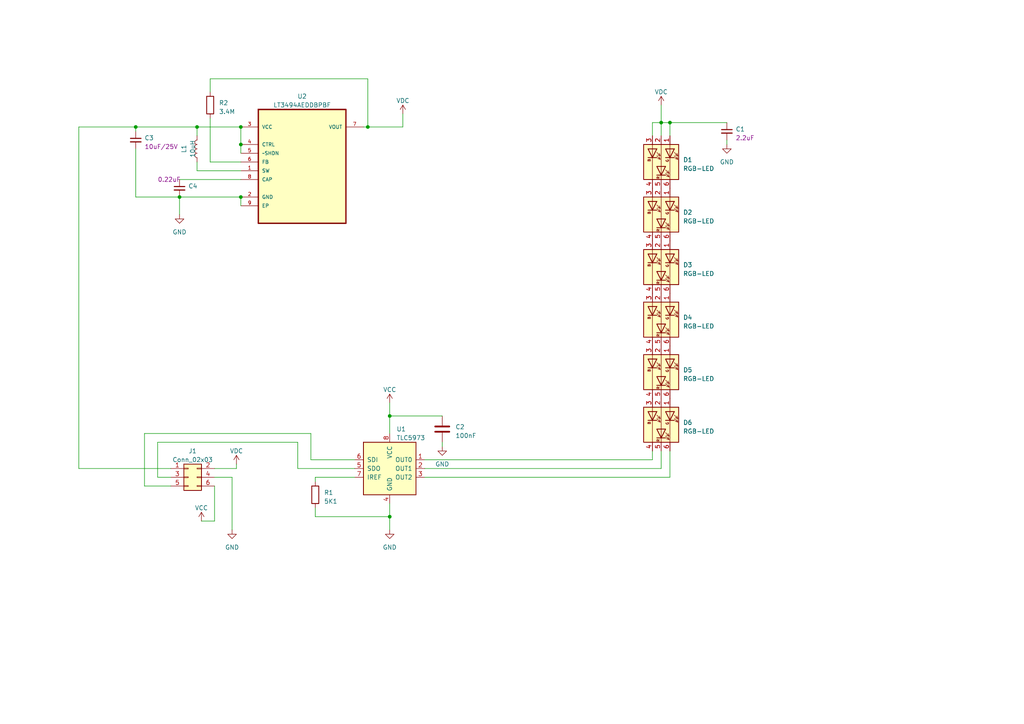
<source format=kicad_sch>
(kicad_sch (version 20230121) (generator eeschema)
  (paper "A4")
  (lib_symbols
    (symbol "Device:C" (pin_numbers hide) (pin_names (offset 0.254))
      (property "Reference" "C" (at 0.635 2.54 0))
      (property "Value" "C" (at 0.635 -2.54 0))
      (symbol "C_0_1"
        (polyline (pts (xy -2.032 -0.762) (xy 2.032 -0.762)) (stroke (width 0.508)))
        (polyline (pts (xy -2.032 0.762) (xy 2.032 0.762)) (stroke (width 0.508)))
      )
      (symbol "C_1_1"
        (pin passive line (at 0 3.81 270) (length 2.794) (name "~") (number "1"))
        (pin passive line (at 0 -3.81 90) (length 2.794) (name "~") (number "2"))
      )
    )
    (symbol "Device:L" (pin_numbers hide) (pin_names (offset 1.016) hide)
      (property "Reference" "L" (at -1.27 0 90))
      (property "Value" "L" (at 1.905 0 90))
      (symbol "L_0_1"
        (arc (start 0 -2.54) (mid 0.6323 -1.905) (end 0 -1.27))
        (arc (start 0 -1.27) (mid 0.6323 -0.635) (end 0 0))
        (arc (start 0 0) (mid 0.6323 0.635) (end 0 1.27))
        (arc (start 0 1.27) (mid 0.6323 1.905) (end 0 2.54))
      )
      (symbol "L_1_1"
        (pin passive line (at 0 3.81 270) (length 1.27) (name "1") (number "1"))
        (pin passive line (at 0 -3.81 90) (length 1.27) (name "2") (number "2"))
      )
    )
    (symbol "Driver_LED:TLC5973" (pin_names (offset 1.016))
      (property "Reference" "U" (at -7.62 8.89 0))
      (property "Value" "TLC5973" (at 1.27 8.89 0))
      (symbol "TLC5973_0_1"
        (rectangle (start -7.62 7.62) (end 7.62 -7.62) (stroke (width 0.254)) (fill (type background)))
      )
      (symbol "TLC5973_1_1"
        (pin output line (at 10.16 2.54 180) (length 2.54) (name "OUT0") (number "1"))
        (pin output line (at 10.16 0 180) (length 2.54) (name "OUT1") (number "2"))
        (pin output line (at 10.16 -2.54 180) (length 2.54) (name "OUT2") (number "3"))
        (pin power_in line (at 0 -10.16 90) (length 2.54) (name "GND") (number "4"))
        (pin output line (at -10.16 0 0) (length 2.54) (name "SDO") (number "5"))
        (pin input line (at -10.16 2.54 0) (length 2.54) (name "SDI") (number "6"))
        (pin bidirectional line (at -10.16 -2.54 0) (length 2.54) (name "IREF") (number "7"))
        (pin power_in line (at 0 10.16 270) (length 2.54) (name "VCC") (number "8"))
      )
    )
    (symbol "PCM_4ms_Capacitor:0.22uF_0603_25V" (pin_numbers hide) (pin_names (offset 0.254) hide)
      (property "Reference" "C" (at 1.905 1.27 0))
      (property "Display" "0.22uF" (at 1.905 -1.27 0))
      (symbol "0.22uF_0603_25V_0_1"
        (polyline (pts (xy -1.524 -0.508) (xy 1.524 -0.508)) (stroke (width 0.3302)))
        (polyline (pts (xy -1.524 0.508) (xy 1.524 0.508)) (stroke (width 0.3048)))
      )
      (symbol "0.22uF_0603_25V_1_1"
        (pin passive line (at 0 2.54 270) (length 2.032) (name "~") (number "1"))
        (pin passive line (at 0 -2.54 90) (length 2.032) (name "~") (number "2"))
      )
    )
    (symbol "PCM_4ms_Capacitor:10uF_0805_25V" (pin_numbers hide) (pin_names (offset 0.254) hide)
      (property "Reference" "C" (at 1.905 1.27 0))
      (property "Display" "10uF/25V" (at 1.905 -1.27 0))
      (symbol "10uF_0805_25V_0_1"
        (polyline (pts (xy -1.524 -0.508) (xy 1.524 -0.508)) (stroke (width 0.3302)))
        (polyline (pts (xy -1.524 0.508) (xy 1.524 0.508)) (stroke (width 0.3048)))
      )
      (symbol "10uF_0805_25V_1_1"
        (pin passive line (at 0 2.54 270) (length 2.032) (name "~") (number "1"))
        (pin passive line (at 0 -2.54 90) (length 2.032) (name "~") (number "2"))
      )
    )
    (symbol "PCM_4ms_Capacitor:2.2uF_0603_25V" (pin_numbers hide) (pin_names (offset 0.254) hide)
      (property "Reference" "C" (at 1.905 1.27 0))
      (property "Display" "2.2uF" (at 1.905 -1.27 0))
      (symbol "2.2uF_0603_25V_0_1"
        (polyline (pts (xy -1.524 -0.508) (xy 1.524 -0.508)) (stroke (width 0.3302)))
        (polyline (pts (xy -1.524 0.508) (xy 1.524 0.508)) (stroke (width 0.3048)))
      )
      (symbol "2.2uF_0603_25V_1_1"
        (pin passive line (at 0 2.54 270) (length 2.032) (name "~") (number "1"))
        (pin passive line (at 0 -2.54 90) (length 2.032) (name "~") (number "2"))
      )
    )
    (symbol "PCM_Resistor_AKL:R_0805" (pin_numbers hide) (pin_names (offset 0))
      (property "Reference" "R" (at 2.54 1.27 0))
      (property "Value" "R_0805" (at 2.54 -1.27 0))
      (symbol "R_0805_0_1"
        (rectangle (start -1.016 -2.54) (end 1.016 2.54) (stroke (width 0.254)))
      )
      (symbol "R_0805_1_1"
        (pin passive line (at 0 3.81 270) (length 1.27) (name "~") (number "1"))
        (pin passive line (at 0 -3.81 90) (length 1.27) (name "~") (number "2"))
      )
    )
    (symbol "pedalboard-led-ring:Conn_02x03" (pin_names (offset 1.016) hide)
      (property "Reference" "J" (at 1.27 5.08 0))
      (property "Value" "Conn_02x03" (at 1.27 -5.08 0))
      (symbol "Conn_02x03_1_1"
        (rectangle (start -1.27 -2.413) (end 0 -2.667) (stroke (width 0.1524)))
        (rectangle (start -1.27 0.127) (end 0 -0.127) (stroke (width 0.1524)))
        (rectangle (start -1.27 2.667) (end 0 2.413) (stroke (width 0.1524)))
        (rectangle (start -1.27 3.81) (end 3.81 -3.81) (stroke (width 0.254)) (fill (type background)))
        (rectangle (start 3.81 -2.413) (end 2.54 -2.667) (stroke (width 0.1524)))
        (rectangle (start 3.81 0.127) (end 2.54 -0.127) (stroke (width 0.1524)))
        (rectangle (start 3.81 2.667) (end 2.54 2.413) (stroke (width 0.1524)))
        (pin output line (at -5.08 2.54 0) (length 3.81) (name "SDI") (number "1"))
        (pin input line (at 7.62 2.54 180) (length 3.81) (name "SDO") (number "2"))
        (pin power_out line (at -5.08 0 0) (length 3.81) (name "VLED") (number "3"))
        (pin power_out line (at 7.62 0 180) (length 3.81) (name "VCC") (number "4"))
        (pin power_out line (at -5.08 -2.54 0) (length 3.81) (name "GND") (number "5"))
        (pin passive line (at 7.62 -2.54 180) (length 3.81) (name "GND") (number "6"))
      )
    )
    (symbol "pedalboard-led-ring:LT3494AEDDBPBF" (pin_names (offset 1.016))
      (property "Reference" "U" (at -5.7426 14.3312 0))
      (property "Value" "LT3494AEDDBPBF" (at -7.6586 -23.0775 0))
      (symbol "LT3494AEDDBPBF_0_0"
        (rectangle (start -12.7 -20.32) (end 12.7 12.7) (stroke (width 0.4064)) (fill (type background)))
        (pin passive line (at -17.78 -5.08 0) (length 5.08) (name "SW") (number "1"))
        (pin passive line (at -17.78 -12.7 0) (length 5.08) (name "GND") (number "2"))
        (pin power_in line (at -17.78 7.62 0) (length 5.08) (name "VCC") (number "3"))
        (pin input line (at -17.78 2.54 0) (length 5.08) (name "CTRL") (number "4"))
        (pin input line (at -17.78 0 0) (length 5.08) (name "~SHDN") (number "5"))
        (pin input line (at -17.78 -2.54 0) (length 5.08) (name "FB") (number "6"))
        (pin output line (at 17.78 7.62 180) (length 5.08) (name "VOUT") (number "7"))
        (pin passive line (at -17.78 -7.62 0) (length 5.08) (name "CAP") (number "8"))
        (pin passive line (at -17.78 -15.24 0) (length 5.08) (name "EP") (number "9"))
      )
    )
    (symbol "pedalboard-led-ring:RGB-LED" (pin_names hide)
      (property "Reference" "D" (at -5.08 6.35 0))
      (property "Value" "RGB-LED" (at -5.08 -6.35 0))
      (symbol "RGB-LED_0_0"
        (text "B" (at -0.508 -3.4544 0) (effects (font (size 0.762 0.762))))
      )
      (symbol "RGB-LED_0_1"
        (rectangle (start -5.08 5.08) (end 5.08 -5.08) (stroke (width 0.254)) (fill (type background)))
        (polyline (pts (xy -5.08 -2.54) (xy 5.08 -2.54)))
        (polyline (pts (xy -5.08 0) (xy 5.08 0)))
        (polyline (pts (xy -5.08 2.54) (xy 5.08 2.54)))
        (polyline (pts (xy -2.794 -1.27) (xy -1.778 -0.254)))
        (polyline (pts (xy -2.794 3.81) (xy -1.778 4.826)))
        (polyline (pts (xy -1.778 -1.27) (xy -0.762 -0.254)))
        (polyline (pts (xy -1.778 3.81) (xy -0.762 4.826)))
        (polyline (pts (xy -1.27 -1.27) (xy -1.27 -3.81)) (stroke (width 0.254)))
        (polyline (pts (xy -1.27 3.81) (xy -1.27 1.27)) (stroke (width 0.254)))
        (polyline (pts (xy 2.286 1.27) (xy 3.302 2.286)))
        (polyline (pts (xy 3.302 1.27) (xy 4.318 2.286)))
        (polyline (pts (xy 3.81 1.27) (xy 3.81 -1.27)) (stroke (width 0.254)))
        (polyline (pts (xy -2.54 4.572) (xy -1.778 4.826) (xy -2.032 4.064)))
        (polyline (pts (xy -2.032 -1.016) (xy -1.778 -0.254) (xy -2.54 -0.508)))
        (polyline (pts (xy -1.524 -0.508) (xy -0.762 -0.254) (xy -1.016 -1.016)))
        (polyline (pts (xy -1.524 4.572) (xy -0.762 4.826) (xy -1.016 4.064)))
        (polyline (pts (xy 3.048 1.524) (xy 3.302 2.286) (xy 2.54 2.032)))
        (polyline (pts (xy 3.556 2.032) (xy 4.318 2.286) (xy 4.064 1.524)))
        (polyline (pts (xy -3.81 -1.27) (xy -3.81 -3.81) (xy -1.27 -2.54) (xy -3.81 -1.27)) (stroke (width 0.254)))
        (polyline (pts (xy -3.81 3.81) (xy -3.81 1.27) (xy -1.27 2.54) (xy -3.81 3.81)) (stroke (width 0.254)))
        (polyline (pts (xy 1.27 1.27) (xy 1.27 -1.27) (xy 3.81 0) (xy 1.27 1.27)) (stroke (width 0.254)))
      )
      (symbol "RGB-LED_1_0"
        (text "G" (at -0.381 1.8034 0) (effects (font (size 0.762 0.762))))
        (text "R" (at 4.5466 -0.8382 0) (effects (font (size 0.762 0.762))))
      )
      (symbol "RGB-LED_1_1"
        (pin passive line (at -7.62 2.54 0) (length 2.54) (name "AG") (number "1"))
        (pin passive line (at -7.62 0 0) (length 2.54) (name "AR") (number "2"))
        (pin passive line (at -7.62 -2.54 0) (length 2.54) (name "AB") (number "3"))
        (pin passive line (at 7.62 -2.54 180) (length 2.54) (name "KB") (number "4"))
        (pin passive line (at 7.62 0 180) (length 2.54) (name "KR") (number "5"))
        (pin passive line (at 7.62 2.54 180) (length 2.54) (name "KG") (number "6"))
      )
    )
    (symbol "power:GND" (power) (pin_names (offset 0))
      (property "Value" "GND" (at 0 -3.81 0))
      (symbol "GND_0_1"
        (polyline (pts (xy 0 0) (xy 0 -1.27) (xy 1.27 -1.27) (xy 0 -2.54) (xy -1.27 -1.27) (xy 0 -1.27)))
      )
      (symbol "GND_1_1"
        (pin power_in line (at 0 0 270) (length 0) hide (name "GND") (number "1"))
      )
    )
    (symbol "power:VCC" (power) (pin_names (offset 0))
      (property "Value" "VCC" (at 0 3.81 0))
      (symbol "VCC_0_1"
        (polyline (pts (xy -0.762 1.27) (xy 0 2.54)))
        (polyline (pts (xy 0 0) (xy 0 2.54)))
        (polyline (pts (xy 0 2.54) (xy 0.762 1.27)))
      )
      (symbol "VCC_1_1"
        (pin power_in line (at 0 0 90) (length 0) hide (name "VCC") (number "1"))
      )
    )
    (symbol "power:VDC" (power) (pin_names (offset 0))
      (property "Value" "VDC" (at 0 6.35 0))
      (symbol "VDC_0_1"
        (polyline (pts (xy -0.762 1.27) (xy 0 2.54)))
        (polyline (pts (xy 0 0) (xy 0 2.54)))
        (polyline (pts (xy 0 2.54) (xy 0.762 1.27)))
      )
      (symbol "VDC_1_1"
        (pin power_in line (at 0 0 90) (length 0) hide (name "VDC") (number "1"))
      )
    )
  )
  (junction (at 69.85 41.91))
  (junction (at 39.37 36.83))
  (junction (at 113.03 149.86))
  (junction (at 113.03 120.65))
  (junction (at 69.85 57.15))
  (junction (at 194.31 35.56))
  (junction (at 52.07 57.15))
  (junction (at 57.15 36.83))
  (junction (at 191.77 35.56))
  (junction (at 69.85 36.83))
  (junction (at 106.68 36.83))
  (wire (pts (xy 116.84 36.83) (xy 116.84 33.02)))
  (wire (pts (xy 106.68 36.83) (xy 116.84 36.83)))
  (wire (pts (xy 69.85 44.45) (xy 69.85 41.91)))
  (wire (pts (xy 69.85 59.69) (xy 69.85 57.15)))
  (wire (pts (xy 106.68 22.86) (xy 106.68 36.83)))
  (wire (pts (xy 49.53 135.89) (xy 22.86 135.89)))
  (wire (pts (xy 194.31 138.43) (xy 194.31 130.81)))
  (wire (pts (xy 91.44 147.32) (xy 91.44 149.86)))
  (wire (pts (xy 52.07 57.15) (xy 39.37 57.15)))
  (wire (pts (xy 62.23 135.89) (xy 68.58 135.89)))
  (wire (pts (xy 41.91 125.73) (xy 41.91 140.97)))
  (wire (pts (xy 191.77 30.48) (xy 191.77 35.56)))
  (wire (pts (xy 41.91 140.97) (xy 49.53 140.97)))
  (wire (pts (xy 68.58 135.89) (xy 68.58 134.62)))
  (wire (pts (xy 90.17 133.35) (xy 90.17 125.73)))
  (wire (pts (xy 123.19 135.89) (xy 191.77 135.89)))
  (wire (pts (xy 123.19 138.43) (xy 194.31 138.43)))
  (wire (pts (xy 52.07 57.15) (xy 52.07 62.23)))
  (wire (pts (xy 210.82 40.64) (xy 210.82 41.91)))
  (wire (pts (xy 191.77 135.89) (xy 191.77 130.81)))
  (wire (pts (xy 39.37 36.83) (xy 22.86 36.83)))
  (wire (pts (xy 69.85 36.83) (xy 57.15 36.83)))
  (wire (pts (xy 45.72 128.27) (xy 45.72 138.43)))
  (wire (pts (xy 91.44 138.43) (xy 91.44 139.7)))
  (wire (pts (xy 105.41 36.83) (xy 106.68 36.83)))
  (wire (pts (xy 86.36 135.89) (xy 102.87 135.89)))
  (wire (pts (xy 113.03 116.84) (xy 113.03 120.65)))
  (wire (pts (xy 69.85 46.99) (xy 60.96 46.99)))
  (wire (pts (xy 102.87 138.43) (xy 91.44 138.43)))
  (wire (pts (xy 67.31 138.43) (xy 67.31 153.67)))
  (wire (pts (xy 194.31 35.56) (xy 210.82 35.56)))
  (wire (pts (xy 39.37 36.83) (xy 57.15 36.83)))
  (wire (pts (xy 57.15 39.37) (xy 57.15 36.83)))
  (wire (pts (xy 39.37 57.15) (xy 39.37 43.18)))
  (wire (pts (xy 60.96 22.86) (xy 106.68 22.86)))
  (wire (pts (xy 113.03 120.65) (xy 128.27 120.65)))
  (wire (pts (xy 128.27 128.27) (xy 128.27 129.54)))
  (wire (pts (xy 113.03 149.86) (xy 113.03 153.67)))
  (wire (pts (xy 194.31 39.37) (xy 194.31 35.56)))
  (wire (pts (xy 69.85 52.07) (xy 52.07 52.07)))
  (wire (pts (xy 69.85 41.91) (xy 69.85 36.83)))
  (wire (pts (xy 113.03 146.05) (xy 113.03 149.86)))
  (wire (pts (xy 102.87 133.35) (xy 90.17 133.35)))
  (wire (pts (xy 189.23 39.37) (xy 189.23 35.56)))
  (wire (pts (xy 57.15 49.53) (xy 69.85 49.53)))
  (wire (pts (xy 123.19 133.35) (xy 189.23 133.35)))
  (wire (pts (xy 90.17 125.73) (xy 41.91 125.73)))
  (wire (pts (xy 39.37 38.1) (xy 39.37 36.83)))
  (wire (pts (xy 62.23 151.13) (xy 58.42 151.13)))
  (wire (pts (xy 62.23 138.43) (xy 67.31 138.43)))
  (wire (pts (xy 62.23 140.97) (xy 62.23 151.13)))
  (wire (pts (xy 69.85 57.15) (xy 52.07 57.15)))
  (wire (pts (xy 113.03 120.65) (xy 113.03 125.73)))
  (wire (pts (xy 22.86 36.83) (xy 22.86 135.89)))
  (wire (pts (xy 191.77 35.56) (xy 191.77 39.37)))
  (wire (pts (xy 91.44 149.86) (xy 113.03 149.86)))
  (wire (pts (xy 60.96 26.67) (xy 60.96 22.86)))
  (wire (pts (xy 45.72 138.43) (xy 49.53 138.43)))
  (wire (pts (xy 45.72 128.27) (xy 86.36 128.27)))
  (wire (pts (xy 86.36 128.27) (xy 86.36 135.89)))
  (wire (pts (xy 60.96 46.99) (xy 60.96 34.29)))
  (wire (pts (xy 57.15 49.53) (xy 57.15 46.99)))
  (wire (pts (xy 189.23 133.35) (xy 189.23 130.81)))
  (wire (pts (xy 189.23 35.56) (xy 191.77 35.56)))
  (wire (pts (xy 194.31 35.56) (xy 191.77 35.56)))
  (symbol (lib_id "power:VDC") (at 68.58 134.62 0) (mirror y) (unit 1)
    (property "Reference" "#PWR05" (effects hide))
    (property "Value" "VDC" (at 68.58 130.81 0))
  )
  (symbol (lib_id "power:VDC") (at 191.77 30.48 0) (unit 1)
    (property "Reference" "#PWR06" (effects hide))
    (property "Value" "VDC" (at 191.77 26.67 0))
  )
  (symbol (lib_id "PCM_4ms_Capacitor:2.2uF_0603_25V") (at 210.82 38.1 0) (unit 1)
    (property "Reference" "C1" (at 213.36 37.4713 0) (effects (justify left)))
    (property "Value" "2.2uF_0603_25V" (effects hide))
    (property "Footprint" "Capacitor_SMD:C_0201_0603Metric" (effects hide))
    (property "Specifications" "2.2uF, Min 25V 10% X5R" (effects hide))
    (property "Manufacturer" "Murata" (effects hide))
    (property "Part Number" "GRM188R6YA225KA12D" (effects hide))
    (property "Display" "2.2uF" (at 213.36 40.0113 0) (effects (justify left)))
    (property "JLCPCB ID" "C57895" (effects hide))
  )
  (symbol (lib_id "PCM_4ms_Capacitor:10uF_0805_25V") (at 39.37 40.64 0) (unit 1)
    (property "Reference" "C3" (at 41.91 40.0113 0) (effects (justify left)))
    (property "Value" "10uF_0805_25V" (effects hide))
    (property "Footprint" "Capacitor_SMD:C_0805_2012Metric" (effects hide))
    (property "Specifications" "10uF, Min. 25V, X5R/X6S/X7R/X7S, 0805, MLCC" (effects hide))
    (property "Manufacturer" "Murata" (effects hide))
    (property "Part Number" "GRM21BR61E106MA73L" (effects hide))
    (property "Display" "10uF/25V" (at 41.91 42.5513 0) (effects (justify left)))
    (property "JLCPCB ID" "C15850" (effects hide))
  )
  (symbol (lib_id "power:GND") (at 128.27 129.54 0) (unit 1)
    (property "Reference" "#PWR08" (effects hide))
    (property "Value" "GND" (at 128.27 134.62 0))
  )
  (symbol (lib_id "pedalboard-led-ring:RGB-LED") (at 191.77 77.47 270) (unit 1)
    (property "Reference" "D3" (at 198.12 76.835 90) (effects (justify left)))
    (property "Value" "RGB-LED" (at 198.12 79.375 90) (effects (justify left)))
    (property "Footprint" "Library:LED_RGB" (effects hide))
    (property "Datasheet" "https://media.digikey.com/pdf/Data%20Sheets/Harvatek%20PDFs/B3803FCH-20C001112U1930%20V1.3.pdf" (effects hide))
  )
  (symbol (lib_id "power:VCC") (at 58.42 151.13 0) (unit 1)
    (property "Reference" "#PWR04" (effects hide))
    (property "Value" "VCC" (at 58.42 147.32 0))
  )
  (symbol (lib_id "pedalboard-led-ring:RGB-LED") (at 191.77 123.19 270) (unit 1)
    (property "Reference" "D6" (at 198.12 122.555 90) (effects (justify left)))
    (property "Value" "RGB-LED" (at 198.12 125.095 90) (effects (justify left)))
    (property "Footprint" "Library:LED_RGB" (effects hide))
    (property "Datasheet" "https://media.digikey.com/pdf/Data%20Sheets/Harvatek%20PDFs/B3803FCH-20C001112U1930%20V1.3.pdf" (effects hide))
  )
  (symbol (lib_id "Device:L") (at 57.15 43.18 180) (unit 1)
    (property "Reference" "L1" (at 53.34 43.18 90))
    (property "Value" "10uH" (at 55.88 43.18 90))
    (property "Footprint" "Library:IND_LQH32CN150K53L" (effects hide))
    (property "Datasheet" "https://search.murata.co.jp/Ceramy/image/img/P02/JELF243A-0030.pdf" (effects hide))
  )
  (symbol (lib_id "power:VDC") (at 116.84 33.02 0) (unit 1)
    (property "Reference" "#PWR09" (effects hide))
    (property "Value" "VDC" (at 116.84 29.21 0))
  )
  (symbol (lib_id "power:GND") (at 67.31 153.67 0) (unit 1)
    (property "Reference" "#PWR01" (effects hide))
    (property "Value" "GND" (at 67.31 158.75 0))
  )
  (symbol (lib_id "PCM_Resistor_AKL:R_0805") (at 91.44 143.51 0) (unit 1)
    (property "Reference" "R1" (at 93.98 142.875 0) (effects (justify left)))
    (property "Value" "5K1" (at 93.98 145.415 0) (effects (justify left)))
    (property "Footprint" "PCM_4ms_Resistor:R_0603" (effects hide))
  )
  (symbol (lib_id "PCM_4ms_Capacitor:0.22uF_0603_25V") (at 52.07 54.61 0) (unit 1)
    (property "Reference" "C4" (at 54.61 53.9813 0) (effects (justify left)))
    (property "Value" "0.22uF_0603_25V" (effects hide))
    (property "Footprint" "Capacitor_SMD:C_0201_0603Metric" (effects hide))
    (property "Specifications" "0.22uF, Min 25V, 10%, X7R or similar" (effects hide))
    (property "Manufacturer" "TDK" (effects hide))
    (property "Part Number" "CGA3E2X5R1E224K080AA" (effects hide))
    (property "Display" "0.22uF" (at 45.72 52.07 0) (effects (justify left)))
  )
  (symbol (lib_id "pedalboard-led-ring:RGB-LED") (at 191.77 92.71 270) (unit 1)
    (property "Reference" "D4" (at 198.12 92.075 90) (effects (justify left)))
    (property "Value" "RGB-LED" (at 198.12 94.615 90) (effects (justify left)))
    (property "Footprint" "Library:LED_RGB" (effects hide))
    (property "Datasheet" "https://media.digikey.com/pdf/Data%20Sheets/Harvatek%20PDFs/B3803FCH-20C001112U1930%20V1.3.pdf" (effects hide))
  )
  (symbol (lib_id "pedalboard-led-ring:RGB-LED") (at 191.77 107.95 270) (unit 1)
    (property "Reference" "D5" (at 198.12 107.315 90) (effects (justify left)))
    (property "Value" "RGB-LED" (at 198.12 109.855 90) (effects (justify left)))
    (property "Footprint" "Library:LED_RGB" (effects hide))
    (property "Datasheet" "https://media.digikey.com/pdf/Data%20Sheets/Harvatek%20PDFs/B3803FCH-20C001112U1930%20V1.3.pdf" (effects hide))
  )
  (symbol (lib_id "power:GND") (at 52.07 62.23 0) (mirror y) (unit 1)
    (property "Reference" "#PWR010" (effects hide))
    (property "Value" "GND" (at 52.07 67.31 0))
  )
  (symbol (lib_id "power:VCC") (at 113.03 116.84 0) (unit 1)
    (property "Reference" "#PWR03" (effects hide))
    (property "Value" "VCC" (at 113.03 113.03 0))
  )
  (symbol (lib_id "Device:C") (at 128.27 124.46 0) (unit 1)
    (property "Reference" "C2" (at 132.08 123.825 0) (effects (justify left)))
    (property "Value" "100nF" (at 132.08 126.365 0) (effects (justify left)))
    (property "Footprint" "Capacitor_SMD:C_0504_1310Metric_Pad0.83x1.28mm_HandSolder" (effects hide))
  )
  (symbol (lib_id "power:GND") (at 113.03 153.67 0) (unit 1)
    (property "Reference" "#PWR02" (effects hide))
    (property "Value" "GND" (at 113.03 158.75 0))
  )
  (symbol (lib_id "pedalboard-led-ring:RGB-LED") (at 191.77 46.99 270) (unit 1)
    (property "Reference" "D1" (at 198.12 46.355 90) (effects (justify left)))
    (property "Value" "RGB-LED" (at 198.12 48.895 90) (effects (justify left)))
    (property "Footprint" "Library:LED_RGB" (effects hide))
    (property "Datasheet" "https://media.digikey.com/pdf/Data%20Sheets/Harvatek%20PDFs/B3803FCH-20C001112U1930%20V1.3.pdf" (effects hide))
  )
  (symbol (lib_id "Driver_LED:TLC5973") (at 113.03 135.89 0) (unit 1)
    (property "Reference" "U1" (at 114.9859 124.46 0) (effects (justify left)))
    (property "Value" "TLC5973" (at 114.9859 127 0) (effects (justify left)))
    (property "Footprint" "Package_SO:SOIC-8_3.9x4.9mm_P1.27mm" (effects hide))
    (property "Datasheet" "http://www.ti.com/lit/ds/symlink/tlc5973.pdf" (effects hide))
  )
  (symbol (lib_id "PCM_Resistor_AKL:R_0805") (at 60.96 30.48 0) (unit 1)
    (property "Reference" "R2" (at 63.5 29.845 0) (effects (justify left)))
    (property "Value" "3.4M" (at 63.5 32.385 0) (effects (justify left)))
    (property "Footprint" "PCM_4ms_Resistor:R_0603" (effects hide))
  )
  (symbol (lib_id "pedalboard-led-ring:RGB-LED") (at 191.77 62.23 270) (unit 1)
    (property "Reference" "D2" (at 198.12 61.595 90) (effects (justify left)))
    (property "Value" "RGB-LED" (at 198.12 64.135 90) (effects (justify left)))
    (property "Footprint" "Library:LED_RGB" (effects hide))
    (property "Datasheet" "https://media.digikey.com/pdf/Data%20Sheets/Harvatek%20PDFs/B3803FCH-20C001112U1930%20V1.3.pdf" (effects hide))
  )
  (symbol (lib_id "pedalboard-led-ring:Conn_02x03") (at 54.61 138.43 0) (unit 1)
    (property "Reference" "J1" (at 55.88 130.81 0))
    (property "Value" "Conn_02x03" (at 55.88 133.35 0))
    (property "Footprint" "Connector_PinHeader_2.54mm:PinHeader_2x03_P2.54mm_Vertical_SMD" (effects hide))
  )
  (symbol (lib_id "power:GND") (at 210.82 41.91 0) (unit 1)
    (property "Reference" "#PWR07" (effects hide))
    (property "Value" "GND" (at 210.82 46.99 0))
  )
  (symbol (lib_id "pedalboard-led-ring:LT3494AEDDBPBF") (at 87.63 44.45 0) (unit 1)
    (property "Reference" "U2" (at 87.63 27.94 0))
    (property "Value" "LT3494AEDDBPBF" (at 87.63 30.48 0))
    (property "Footprint" "DFN300X200X80-9N" (effects hide))
    (property "MPN" "LT3494AEDDB#PBF" (effects hide))
    (property "OC_FARNELL" "-" (effects hide))
    (property "OC_NEWARK" "46P5040" (effects hide))
    (property "SUPPLIER" "Linear Technology" (effects hide))
    (property "PACKAGE" "DFN-8" (effects hide))
  )
)
</source>
